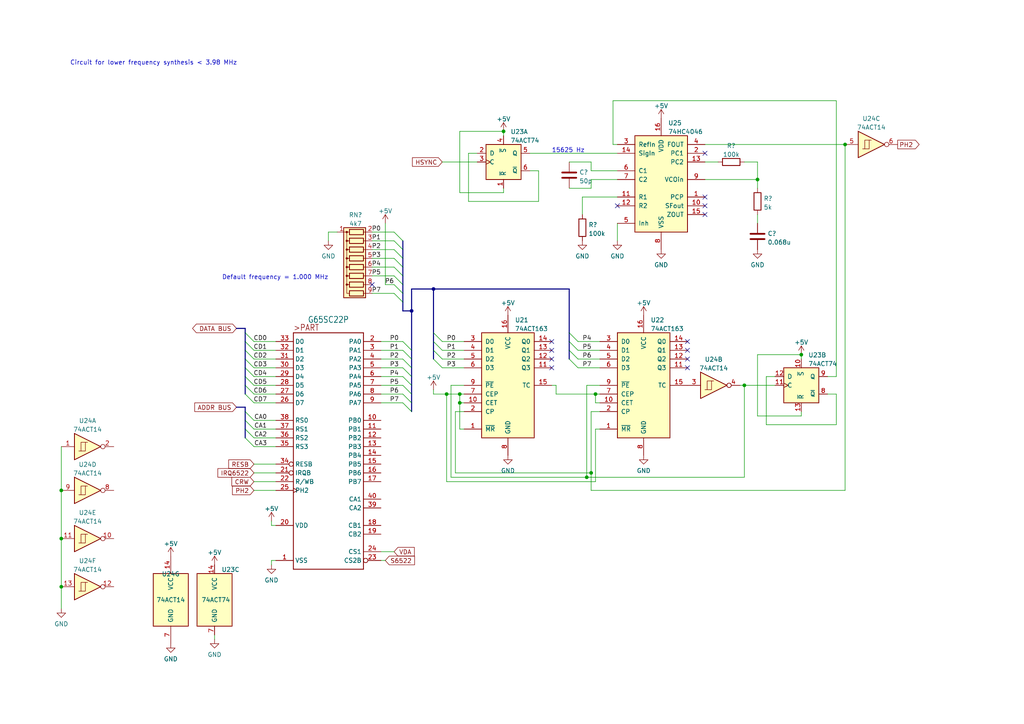
<source format=kicad_sch>
(kicad_sch (version 20211123) (generator eeschema)
  (paper "A4")
  (lib_symbols
    (symbol "4xxx:4046" (pin_names (offset 1.016))
      (property "Reference" "U" (at -7.62 13.97 0))
      (property "Value" "4046" (at -7.62 -16.51 0))
      (symbol "4046_1_0"
        (pin output line (at 12.7 -5.08 180) (length 5.08) (name "PCP") (number "1"))
        (pin output line (at 12.7 -7.62 180) (length 5.08) (name "SFout") (number "10"))
        (pin input line (at -12.7 -5.08 0) (length 5.08) (name "R1") (number "11"))
        (pin input line (at -12.7 -7.62 0) (length 5.08) (name "R2") (number "12"))
        (pin tri_state line (at 12.7 5.08 180) (length 5.08) (name "PC2") (number "13"))
        (pin input line (at -12.7 7.62 0) (length 5.08) (name "SigIn") (number "14"))
        (pin output line (at 12.7 -10.16 180) (length 5.08) (name "ZOUT") (number "15"))
        (pin power_in line (at 0 17.78 270) (length 5.08) (name "VDD") (number "16"))
        (pin output line (at 12.7 7.62 180) (length 5.08) (name "PC1") (number "2"))
        (pin input line (at -12.7 10.16 0) (length 5.08) (name "RefIn") (number "3"))
        (pin input line (at 12.7 10.16 180) (length 5.08) (name "FOUT") (number "4"))
        (pin input line (at -12.7 -12.7 0) (length 5.08) (name "Inh") (number "5"))
        (pin input line (at -12.7 2.54 0) (length 5.08) (name "C1") (number "6"))
        (pin input line (at -12.7 0 0) (length 5.08) (name "C2") (number "7"))
        (pin power_in line (at 0 -20.32 90) (length 5.08) (name "VSS") (number "8"))
        (pin input line (at 12.7 0 180) (length 5.08) (name "VCOin") (number "9"))
      )
      (symbol "4046_1_1"
        (rectangle (start -7.62 12.7) (end 7.62 -15.24) (stroke (width 0.254)) (fill (type background)))
      )
    )
    (symbol "74xx:74LS14" (pin_names (offset 1.016))
      (property "Reference" "U" (at 0 1.27 0))
      (property "Value" "74LS14" (at 0 -1.27 0))
      (symbol "74LS14_1_0"
        (polyline (pts (xy -3.81 3.81) (xy -3.81 -3.81) (xy 3.81 0) (xy -3.81 3.81)) (stroke (width 0.254)) (fill (type background)))
        (pin input line (at -7.62 0 0) (length 3.81) (name "~") (number "1"))
        (pin output inverted (at 7.62 0 180) (length 3.81) (name "~") (number "2"))
      )
      (symbol "74LS14_1_1"
        (polyline (pts (xy -1.905 -1.27) (xy -1.905 1.27) (xy -0.635 1.27)))
        (polyline (pts (xy -2.54 -1.27) (xy -0.635 -1.27) (xy -0.635 1.27) (xy 0 1.27)))
      )
      (symbol "74LS14_2_0"
        (polyline (pts (xy -3.81 3.81) (xy -3.81 -3.81) (xy 3.81 0) (xy -3.81 3.81)) (stroke (width 0.254)) (fill (type background)))
        (pin input line (at -7.62 0 0) (length 3.81) (name "~") (number "3"))
        (pin output inverted (at 7.62 0 180) (length 3.81) (name "~") (number "4"))
      )
      (symbol "74LS14_2_1"
        (polyline (pts (xy -1.905 -1.27) (xy -1.905 1.27) (xy -0.635 1.27)))
        (polyline (pts (xy -2.54 -1.27) (xy -0.635 -1.27) (xy -0.635 1.27) (xy 0 1.27)))
      )
      (symbol "74LS14_3_0"
        (polyline (pts (xy -3.81 3.81) (xy -3.81 -3.81) (xy 3.81 0) (xy -3.81 3.81)) (stroke (width 0.254)) (fill (type background)))
        (pin input line (at -7.62 0 0) (length 3.81) (name "~") (number "5"))
        (pin output inverted (at 7.62 0 180) (length 3.81) (name "~") (number "6"))
      )
      (symbol "74LS14_3_1"
        (polyline (pts (xy -1.905 -1.27) (xy -1.905 1.27) (xy -0.635 1.27)))
        (polyline (pts (xy -2.54 -1.27) (xy -0.635 -1.27) (xy -0.635 1.27) (xy 0 1.27)))
      )
      (symbol "74LS14_4_0"
        (polyline (pts (xy -3.81 3.81) (xy -3.81 -3.81) (xy 3.81 0) (xy -3.81 3.81)) (stroke (width 0.254)) (fill (type background)))
        (pin output inverted (at 7.62 0 180) (length 3.81) (name "~") (number "8"))
        (pin input line (at -7.62 0 0) (length 3.81) (name "~") (number "9"))
      )
      (symbol "74LS14_4_1"
        (polyline (pts (xy -1.905 -1.27) (xy -1.905 1.27) (xy -0.635 1.27)))
        (polyline (pts (xy -2.54 -1.27) (xy -0.635 -1.27) (xy -0.635 1.27) (xy 0 1.27)))
      )
      (symbol "74LS14_5_0"
        (polyline (pts (xy -3.81 3.81) (xy -3.81 -3.81) (xy 3.81 0) (xy -3.81 3.81)) (stroke (width 0.254)) (fill (type background)))
        (pin output inverted (at 7.62 0 180) (length 3.81) (name "~") (number "10"))
        (pin input line (at -7.62 0 0) (length 3.81) (name "~") (number "11"))
      )
      (symbol "74LS14_5_1"
        (polyline (pts (xy -1.905 -1.27) (xy -1.905 1.27) (xy -0.635 1.27)))
        (polyline (pts (xy -2.54 -1.27) (xy -0.635 -1.27) (xy -0.635 1.27) (xy 0 1.27)))
      )
      (symbol "74LS14_6_0"
        (polyline (pts (xy -3.81 3.81) (xy -3.81 -3.81) (xy 3.81 0) (xy -3.81 3.81)) (stroke (width 0.254)) (fill (type background)))
        (pin output inverted (at 7.62 0 180) (length 3.81) (name "~") (number "12"))
        (pin input line (at -7.62 0 0) (length 3.81) (name "~") (number "13"))
      )
      (symbol "74LS14_6_1"
        (polyline (pts (xy -1.905 -1.27) (xy -1.905 1.27) (xy -0.635 1.27)))
        (polyline (pts (xy -2.54 -1.27) (xy -0.635 -1.27) (xy -0.635 1.27) (xy 0 1.27)))
      )
      (symbol "74LS14_7_0"
        (pin power_in line (at 0 12.7 270) (length 5.08) (name "VCC") (number "14"))
        (pin power_in line (at 0 -12.7 90) (length 5.08) (name "GND") (number "7"))
      )
      (symbol "74LS14_7_1"
        (rectangle (start -5.08 7.62) (end 5.08 -7.62) (stroke (width 0.254)) (fill (type background)))
      )
    )
    (symbol "74xx:74LS163" (pin_names (offset 1.016))
      (property "Reference" "U" (at -7.62 16.51 0))
      (property "Value" "74LS163" (at -7.62 -16.51 0))
      (symbol "74LS163_1_0"
        (pin input line (at -12.7 -12.7 0) (length 5.08) (name "~{MR}") (number "1"))
        (pin input line (at -12.7 -5.08 0) (length 5.08) (name "CET") (number "10"))
        (pin output line (at 12.7 5.08 180) (length 5.08) (name "Q3") (number "11"))
        (pin output line (at 12.7 7.62 180) (length 5.08) (name "Q2") (number "12"))
        (pin output line (at 12.7 10.16 180) (length 5.08) (name "Q1") (number "13"))
        (pin output line (at 12.7 12.7 180) (length 5.08) (name "Q0") (number "14"))
        (pin output line (at 12.7 0 180) (length 5.08) (name "TC") (number "15"))
        (pin power_in line (at 0 20.32 270) (length 5.08) (name "VCC") (number "16"))
        (pin input line (at -12.7 -7.62 0) (length 5.08) (name "CP") (number "2"))
        (pin input line (at -12.7 12.7 0) (length 5.08) (name "D0") (number "3"))
        (pin input line (at -12.7 10.16 0) (length 5.08) (name "D1") (number "4"))
        (pin input line (at -12.7 7.62 0) (length 5.08) (name "D2") (number "5"))
        (pin input line (at -12.7 5.08 0) (length 5.08) (name "D3") (number "6"))
        (pin input line (at -12.7 -2.54 0) (length 5.08) (name "CEP") (number "7"))
        (pin power_in line (at 0 -20.32 90) (length 5.08) (name "GND") (number "8"))
        (pin input line (at -12.7 0 0) (length 5.08) (name "~{PE}") (number "9"))
      )
      (symbol "74LS163_1_1"
        (rectangle (start -7.62 15.24) (end 7.62 -15.24) (stroke (width 0.254)) (fill (type background)))
      )
    )
    (symbol "74xx:74LS74" (pin_names (offset 1.016))
      (property "Reference" "U" (at -7.62 8.89 0))
      (property "Value" "74LS74" (at -7.62 -8.89 0))
      (symbol "74LS74_1_0"
        (pin input line (at 0 -7.62 90) (length 2.54) (name "~{R}") (number "1"))
        (pin input line (at -7.62 2.54 0) (length 2.54) (name "D") (number "2"))
        (pin input clock (at -7.62 0 0) (length 2.54) (name "C") (number "3"))
        (pin input line (at 0 7.62 270) (length 2.54) (name "~{S}") (number "4"))
        (pin output line (at 7.62 2.54 180) (length 2.54) (name "Q") (number "5"))
        (pin output line (at 7.62 -2.54 180) (length 2.54) (name "~{Q}") (number "6"))
      )
      (symbol "74LS74_1_1"
        (rectangle (start -5.08 5.08) (end 5.08 -5.08) (stroke (width 0.254)) (fill (type background)))
      )
      (symbol "74LS74_2_0"
        (pin input line (at 0 7.62 270) (length 2.54) (name "~{S}") (number "10"))
        (pin input clock (at -7.62 0 0) (length 2.54) (name "C") (number "11"))
        (pin input line (at -7.62 2.54 0) (length 2.54) (name "D") (number "12"))
        (pin input line (at 0 -7.62 90) (length 2.54) (name "~{R}") (number "13"))
        (pin output line (at 7.62 -2.54 180) (length 2.54) (name "~{Q}") (number "8"))
        (pin output line (at 7.62 2.54 180) (length 2.54) (name "Q") (number "9"))
      )
      (symbol "74LS74_2_1"
        (rectangle (start -5.08 5.08) (end 5.08 -5.08) (stroke (width 0.254)) (fill (type background)))
      )
      (symbol "74LS74_3_0"
        (pin power_in line (at 0 10.16 270) (length 2.54) (name "VCC") (number "14"))
        (pin power_in line (at 0 -10.16 90) (length 2.54) (name "GND") (number "7"))
      )
      (symbol "74LS74_3_1"
        (rectangle (start -5.08 7.62) (end 5.08 -7.62) (stroke (width 0.254)) (fill (type background)))
      )
    )
    (symbol "Device:C" (pin_numbers hide) (pin_names (offset 0.254))
      (property "Reference" "C" (at 0.635 2.54 0))
      (property "Value" "C" (at 0.635 -2.54 0))
      (symbol "C_0_1"
        (polyline (pts (xy -2.032 -0.762) (xy 2.032 -0.762)) (stroke (width 0.508)))
        (polyline (pts (xy -2.032 0.762) (xy 2.032 0.762)) (stroke (width 0.508)))
      )
      (symbol "C_1_1"
        (pin passive line (at 0 3.81 270) (length 2.794) (name "~") (number "1"))
        (pin passive line (at 0 -3.81 90) (length 2.794) (name "~") (number "2"))
      )
    )
    (symbol "Device:R" (pin_numbers hide) (pin_names (offset 0))
      (property "Reference" "R" (at 2.032 0 90))
      (property "Value" "R" (at 0 0 90))
      (symbol "R_0_1"
        (rectangle (start -1.016 -2.54) (end 1.016 2.54) (stroke (width 0.254)))
      )
      (symbol "R_1_1"
        (pin passive line (at 0 3.81 270) (length 1.27) (name "~") (number "1"))
        (pin passive line (at 0 -3.81 90) (length 1.27) (name "~") (number "2"))
      )
    )
    (symbol "Device:R_Network08" (pin_names (offset 0) hide)
      (property "Reference" "RN" (at -12.7 0 90))
      (property "Value" "R_Network08" (at 10.16 0 90))
      (symbol "R_Network08_0_1"
        (rectangle (start -11.43 -3.175) (end 8.89 3.175) (stroke (width 0.254)) (fill (type background)))
        (rectangle (start -10.922 1.524) (end -9.398 -2.54) (stroke (width 0.254)))
        (circle (center -10.16 2.286) (radius 0.254) (fill (type outline)))
        (rectangle (start -8.382 1.524) (end -6.858 -2.54) (stroke (width 0.254)))
        (circle (center -7.62 2.286) (radius 0.254) (fill (type outline)))
        (rectangle (start -5.842 1.524) (end -4.318 -2.54) (stroke (width 0.254)))
        (circle (center -5.08 2.286) (radius 0.254) (fill (type outline)))
        (rectangle (start -3.302 1.524) (end -1.778 -2.54) (stroke (width 0.254)))
        (circle (center -2.54 2.286) (radius 0.254) (fill (type outline)))
        (rectangle (start -0.762 1.524) (end 0.762 -2.54) (stroke (width 0.254)))
        (polyline (pts (xy -10.16 -2.54) (xy -10.16 -3.81)))
        (polyline (pts (xy -7.62 -2.54) (xy -7.62 -3.81)))
        (polyline (pts (xy -5.08 -2.54) (xy -5.08 -3.81)))
        (polyline (pts (xy -2.54 -2.54) (xy -2.54 -3.81)))
        (polyline (pts (xy 0 -2.54) (xy 0 -3.81)))
        (polyline (pts (xy 2.54 -2.54) (xy 2.54 -3.81)))
        (polyline (pts (xy 5.08 -2.54) (xy 5.08 -3.81)))
        (polyline (pts (xy 7.62 -2.54) (xy 7.62 -3.81)))
        (polyline (pts (xy -10.16 1.524) (xy -10.16 2.286) (xy -7.62 2.286) (xy -7.62 1.524)))
        (polyline (pts (xy -7.62 1.524) (xy -7.62 2.286) (xy -5.08 2.286) (xy -5.08 1.524)))
        (polyline (pts (xy -5.08 1.524) (xy -5.08 2.286) (xy -2.54 2.286) (xy -2.54 1.524)))
        (polyline (pts (xy -2.54 1.524) (xy -2.54 2.286) (xy 0 2.286) (xy 0 1.524)))
        (polyline (pts (xy 0 1.524) (xy 0 2.286) (xy 2.54 2.286) (xy 2.54 1.524)))
        (polyline (pts (xy 2.54 1.524) (xy 2.54 2.286) (xy 5.08 2.286) (xy 5.08 1.524)))
        (polyline (pts (xy 5.08 1.524) (xy 5.08 2.286) (xy 7.62 2.286) (xy 7.62 1.524)))
        (circle (center 0 2.286) (radius 0.254) (fill (type outline)))
        (rectangle (start 1.778 1.524) (end 3.302 -2.54) (stroke (width 0.254)))
        (circle (center 2.54 2.286) (radius 0.254) (fill (type outline)))
        (rectangle (start 4.318 1.524) (end 5.842 -2.54) (stroke (width 0.254)))
        (circle (center 5.08 2.286) (radius 0.254) (fill (type outline)))
        (rectangle (start 6.858 1.524) (end 8.382 -2.54) (stroke (width 0.254)))
      )
      (symbol "R_Network08_1_1"
        (pin passive line (at -10.16 5.08 270) (length 2.54) (name "common") (number "1"))
        (pin passive line (at -10.16 -5.08 90) (length 1.27) (name "R1") (number "2"))
        (pin passive line (at -7.62 -5.08 90) (length 1.27) (name "R2") (number "3"))
        (pin passive line (at -5.08 -5.08 90) (length 1.27) (name "R3") (number "4"))
        (pin passive line (at -2.54 -5.08 90) (length 1.27) (name "R4") (number "5"))
        (pin passive line (at 0 -5.08 90) (length 1.27) (name "R5") (number "6"))
        (pin passive line (at 2.54 -5.08 90) (length 1.27) (name "R6") (number "7"))
        (pin passive line (at 5.08 -5.08 90) (length 1.27) (name "R7") (number "8"))
        (pin passive line (at 7.62 -5.08 90) (length 1.27) (name "R8") (number "9"))
      )
    )
    (symbol "MyLib:G65SC22P"
      (property "Value" "G65SC22P" (at -10.16 -43.18 0))
      (symbol "G65SC22P_1_0"
        (polyline (pts (xy -10.16 -40.64) (xy -10.16 27.94)) (stroke (width 0.254)))
        (polyline (pts (xy -10.16 27.94) (xy 10.16 27.94)) (stroke (width 0.254)))
        (polyline (pts (xy 10.16 -40.64) (xy -10.16 -40.64)) (stroke (width 0.254)))
        (polyline (pts (xy 10.16 27.94) (xy 10.16 -40.64)) (stroke (width 0.254)))
        (text ">PART" (at -10.16 30.48 0) (effects (font (size 1.778 1.5113)) (justify left top)))
        (pin power_in line (at -15.24 -38.1 0) (length 5.08) (name "VSS") (number "1"))
        (pin bidirectional line (at 15.24 2.54 180) (length 5.08) (name "PB0") (number "10"))
        (pin bidirectional line (at 15.24 0 180) (length 5.08) (name "PB1") (number "11"))
        (pin bidirectional line (at 15.24 -2.54 180) (length 5.08) (name "PB2") (number "12"))
        (pin bidirectional line (at 15.24 -5.08 180) (length 5.08) (name "PB3") (number "13"))
        (pin bidirectional line (at 15.24 -7.62 180) (length 5.08) (name "PB4") (number "14"))
        (pin bidirectional line (at 15.24 -10.16 180) (length 5.08) (name "PB5") (number "15"))
        (pin bidirectional line (at 15.24 -12.7 180) (length 5.08) (name "PB6") (number "16"))
        (pin bidirectional line (at 15.24 -15.24 180) (length 5.08) (name "PB7") (number "17"))
        (pin bidirectional line (at 15.24 -27.94 180) (length 5.08) (name "CB1") (number "18"))
        (pin bidirectional line (at 15.24 -30.48 180) (length 5.08) (name "CB2") (number "19"))
        (pin bidirectional line (at 15.24 25.4 180) (length 5.08) (name "PA0") (number "2"))
        (pin power_in line (at -15.24 -27.94 0) (length 5.08) (name "VDD") (number "20"))
        (pin output inverted (at -15.24 -12.7 0) (length 5.08) (name "IRQB") (number "21"))
        (pin input line (at -15.24 -15.24 0) (length 5.08) (name "R/WB") (number "22"))
        (pin input inverted (at 15.24 -38.1 180) (length 5.08) (name "CS2B") (number "23"))
        (pin input line (at 15.24 -35.56 180) (length 5.08) (name "CS1") (number "24"))
        (pin input clock (at -15.24 -17.78 0) (length 5.08) (name "PH2") (number "25"))
        (pin bidirectional line (at -15.24 7.62 0) (length 5.08) (name "D7") (number "26"))
        (pin bidirectional line (at -15.24 10.16 0) (length 5.08) (name "D6") (number "27"))
        (pin bidirectional line (at -15.24 12.7 0) (length 5.08) (name "D5") (number "28"))
        (pin bidirectional line (at -15.24 15.24 0) (length 5.08) (name "D4") (number "29"))
        (pin bidirectional line (at 15.24 22.86 180) (length 5.08) (name "PA1") (number "3"))
        (pin bidirectional line (at -15.24 17.78 0) (length 5.08) (name "D3") (number "30"))
        (pin bidirectional line (at -15.24 20.32 0) (length 5.08) (name "D2") (number "31"))
        (pin bidirectional line (at -15.24 22.86 0) (length 5.08) (name "D1") (number "32"))
        (pin bidirectional line (at -15.24 25.4 0) (length 5.08) (name "D0") (number "33"))
        (pin input inverted (at -15.24 -10.16 0) (length 5.08) (name "RESB") (number "34"))
        (pin input line (at -15.24 -5.08 0) (length 5.08) (name "RS3") (number "35"))
        (pin input line (at -15.24 -2.54 0) (length 5.08) (name "RS2") (number "36"))
        (pin input line (at -15.24 0 0) (length 5.08) (name "RS1") (number "37"))
        (pin input line (at -15.24 2.54 0) (length 5.08) (name "RS0") (number "38"))
        (pin bidirectional line (at 15.24 -22.86 180) (length 5.08) (name "CA2") (number "39"))
        (pin bidirectional line (at 15.24 20.32 180) (length 5.08) (name "PA2") (number "4"))
        (pin bidirectional line (at 15.24 -20.32 180) (length 5.08) (name "CA1") (number "40"))
        (pin bidirectional line (at 15.24 17.78 180) (length 5.08) (name "PA3") (number "5"))
        (pin bidirectional line (at 15.24 15.24 180) (length 5.08) (name "PA4") (number "6"))
        (pin bidirectional line (at 15.24 12.7 180) (length 5.08) (name "PA5") (number "7"))
        (pin bidirectional line (at 15.24 10.16 180) (length 5.08) (name "PA6") (number "8"))
        (pin bidirectional line (at 15.24 7.62 180) (length 5.08) (name "PA7") (number "9"))
      )
    )
    (symbol "power:+5V" (power) (pin_names (offset 0))
      (property "Value" "+5V" (at 0 3.556 0))
      (symbol "+5V_0_1"
        (polyline (pts (xy -0.762 1.27) (xy 0 2.54)))
        (polyline (pts (xy 0 0) (xy 0 2.54)))
        (polyline (pts (xy 0 2.54) (xy 0.762 1.27)))
      )
      (symbol "+5V_1_1"
        (pin power_in line (at 0 0 90) (length 0) hide (name "+5V") (number "1"))
      )
    )
    (symbol "power:GND" (power) (pin_names (offset 0))
      (property "Value" "GND" (at 0 -3.81 0))
      (symbol "GND_0_1"
        (polyline (pts (xy 0 0) (xy 0 -1.27) (xy 1.27 -1.27) (xy 0 -2.54) (xy -1.27 -1.27) (xy 0 -1.27)))
      )
      (symbol "GND_1_1"
        (pin power_in line (at 0 0 270) (length 0) hide (name "GND") (number "1"))
      )
    )
  )
  (junction (at 129.54 114.3))
  (junction (at 245.11 41.91))
  (junction (at 17.78 156.21))
  (junction (at 146.05 38.1))
  (junction (at 133.35 116.84))
  (junction (at 172.72 114.3))
  (junction (at 17.78 142.24))
  (junction (at 170.18 138.43))
  (junction (at 17.78 170.18))
  (junction (at 171.45 137.16))
  (junction (at 133.35 114.3))
  (junction (at 119.38 90.17))
  (junction (at 232.41 102.87))
  (junction (at 215.9 111.76))
  (junction (at 125.73 83.82))
  (junction (at 219.71 52.07))
  (no_connect (at 160.02 99.06))
  (no_connect (at 160.02 101.6))
  (no_connect (at 160.02 106.68))
  (no_connect (at 160.02 104.14))
  (no_connect (at 204.47 57.15))
  (no_connect (at 204.47 59.69))
  (no_connect (at 204.47 62.23))
  (no_connect (at 199.39 101.6))
  (no_connect (at 199.39 106.68))
  (no_connect (at 199.39 99.06))
  (no_connect (at 199.39 104.14))
  (no_connect (at 107.95 82.55))
  (no_connect (at 204.47 44.45))
  (no_connect (at 179.07 59.69))
  (bus_entry (at 71.12 127) (size 2.54 2.54))
  (bus_entry (at 71.12 121.92) (size 2.54 2.54))
  (bus_entry (at 71.12 124.46) (size 2.54 2.54))
  (bus_entry (at 71.12 109.22) (size 2.54 2.54))
  (bus_entry (at 71.12 96.52) (size 2.54 2.54))
  (bus_entry (at 116.84 99.06) (size 2.54 2.54))
  (bus_entry (at 116.84 101.6) (size 2.54 2.54))
  (bus_entry (at 116.84 104.14) (size 2.54 2.54))
  (bus_entry (at 116.84 106.68) (size 2.54 2.54))
  (bus_entry (at 116.84 109.22) (size 2.54 2.54))
  (bus_entry (at 116.84 111.76) (size 2.54 2.54))
  (bus_entry (at 116.84 114.3) (size 2.54 2.54))
  (bus_entry (at 116.84 116.84) (size 2.54 2.54))
  (bus_entry (at 71.12 106.68) (size 2.54 2.54))
  (bus_entry (at 71.12 119.38) (size 2.54 2.54))
  (bus_entry (at 165.1 101.6) (size 2.54 2.54))
  (bus_entry (at 165.1 104.14) (size 2.54 2.54))
  (bus_entry (at 165.1 96.52) (size 2.54 2.54))
  (bus_entry (at 165.1 99.06) (size 2.54 2.54))
  (bus_entry (at 125.73 99.06) (size 2.54 2.54))
  (bus_entry (at 125.73 104.14) (size 2.54 2.54))
  (bus_entry (at 125.73 96.52) (size 2.54 2.54))
  (bus_entry (at 125.73 101.6) (size 2.54 2.54))
  (bus_entry (at 114.3 82.55) (size 2.54 2.54))
  (bus_entry (at 71.12 101.6) (size 2.54 2.54))
  (bus_entry (at 71.12 99.06) (size 2.54 2.54))
  (bus_entry (at 71.12 114.3) (size 2.54 2.54))
  (bus_entry (at 71.12 111.76) (size 2.54 2.54))
  (bus_entry (at 114.3 67.31) (size 2.54 2.54))
  (bus_entry (at 114.3 69.85) (size 2.54 2.54))
  (bus_entry (at 114.3 72.39) (size 2.54 2.54))
  (bus_entry (at 114.3 74.93) (size 2.54 2.54))
  (bus_entry (at 114.3 77.47) (size 2.54 2.54))
  (bus_entry (at 114.3 80.01) (size 2.54 2.54))
  (bus_entry (at 114.3 85.09) (size 2.54 2.54))
  (bus_entry (at 71.12 104.14) (size 2.54 2.54))
  (wire (pts (xy 114.3 72.39) (xy 107.95 72.39)))
  (wire (pts (xy 179.07 57.15) (xy 168.91 57.15)))
  (wire (pts (xy 114.3 69.85) (xy 107.95 69.85)))
  (wire (pts (xy 134.62 101.6) (xy 128.27 101.6)))
  (wire (pts (xy 172.72 116.84) (xy 172.72 114.3)))
  (wire (pts (xy 204.47 46.99) (xy 208.28 46.99)))
  (wire (pts (xy 110.49 104.14) (xy 116.84 104.14)))
  (wire (pts (xy 132.08 137.16) (xy 132.08 119.38)))
  (wire (pts (xy 114.3 85.09) (xy 107.95 85.09)))
  (bus (pts (xy 116.84 72.39) (xy 116.84 74.93)))
  (wire (pts (xy 172.72 124.46) (xy 172.72 139.7)))
  (wire (pts (xy 110.49 116.84) (xy 116.84 116.84)))
  (bus (pts (xy 119.38 109.22) (xy 119.38 106.68)))
  (bus (pts (xy 116.84 87.63) (xy 116.84 90.17)))
  (bus (pts (xy 119.38 114.3) (xy 119.38 111.76)))
  (wire (pts (xy 146.05 54.61) (xy 146.05 55.88)))
  (wire (pts (xy 80.01 106.68) (xy 73.66 106.68)))
  (wire (pts (xy 219.71 52.07) (xy 204.47 52.07)))
  (wire (pts (xy 172.72 114.3) (xy 173.99 114.3)))
  (wire (pts (xy 171.45 49.53) (xy 171.45 46.99)))
  (wire (pts (xy 114.3 74.93) (xy 107.95 74.93)))
  (bus (pts (xy 71.12 118.11) (xy 68.58 118.11)))
  (bus (pts (xy 119.38 83.82) (xy 125.73 83.82)))
  (wire (pts (xy 171.45 137.16) (xy 171.45 142.24)))
  (bus (pts (xy 125.73 83.82) (xy 125.73 96.52)))
  (wire (pts (xy 172.72 139.7) (xy 129.54 139.7)))
  (wire (pts (xy 215.9 111.76) (xy 214.63 111.76)))
  (bus (pts (xy 71.12 99.06) (xy 71.12 96.52)))
  (bus (pts (xy 71.12 95.25) (xy 68.58 95.25)))
  (bus (pts (xy 119.38 106.68) (xy 119.38 104.14)))
  (wire (pts (xy 80.01 139.7) (xy 73.66 139.7)))
  (wire (pts (xy 134.62 114.3) (xy 133.35 114.3)))
  (wire (pts (xy 222.25 109.22) (xy 222.25 123.19)))
  (wire (pts (xy 114.3 80.01) (xy 107.95 80.01)))
  (wire (pts (xy 80.01 134.62) (xy 73.66 134.62)))
  (wire (pts (xy 80.01 137.16) (xy 73.66 137.16)))
  (wire (pts (xy 114.3 82.55) (xy 111.76 82.55)))
  (wire (pts (xy 80.01 99.06) (xy 73.66 99.06)))
  (bus (pts (xy 119.38 111.76) (xy 119.38 109.22)))
  (bus (pts (xy 71.12 127) (xy 71.12 124.46)))
  (bus (pts (xy 71.12 119.38) (xy 71.12 118.11)))
  (bus (pts (xy 116.84 77.47) (xy 116.84 80.01)))
  (bus (pts (xy 71.12 96.52) (xy 71.12 95.25)))
  (wire (pts (xy 80.01 109.22) (xy 73.66 109.22)))
  (wire (pts (xy 110.49 101.6) (xy 116.84 101.6)))
  (wire (pts (xy 242.57 114.3) (xy 240.03 114.3)))
  (wire (pts (xy 219.71 52.07) (xy 219.71 54.61)))
  (wire (pts (xy 146.05 38.1) (xy 146.05 39.37)))
  (wire (pts (xy 134.62 104.14) (xy 128.27 104.14)))
  (wire (pts (xy 62.23 184.15) (xy 62.23 185.42)))
  (wire (pts (xy 171.45 137.16) (xy 132.08 137.16)))
  (wire (pts (xy 134.62 111.76) (xy 130.81 111.76)))
  (wire (pts (xy 173.99 124.46) (xy 172.72 124.46)))
  (bus (pts (xy 71.12 106.68) (xy 71.12 104.14)))
  (wire (pts (xy 161.29 114.3) (xy 161.29 111.76)))
  (wire (pts (xy 179.07 52.07) (xy 171.45 52.07)))
  (wire (pts (xy 170.18 138.43) (xy 215.9 138.43)))
  (wire (pts (xy 17.78 142.24) (xy 17.78 156.21)))
  (wire (pts (xy 78.74 162.56) (xy 78.74 163.83)))
  (bus (pts (xy 165.1 83.82) (xy 125.73 83.82)))
  (wire (pts (xy 215.9 46.99) (xy 219.71 46.99)))
  (wire (pts (xy 172.72 114.3) (xy 161.29 114.3)))
  (wire (pts (xy 242.57 123.19) (xy 242.57 114.3)))
  (wire (pts (xy 219.71 102.87) (xy 232.41 102.87)))
  (wire (pts (xy 110.49 99.06) (xy 116.84 99.06)))
  (wire (pts (xy 129.54 114.3) (xy 125.73 114.3)))
  (wire (pts (xy 129.54 139.7) (xy 129.54 114.3)))
  (wire (pts (xy 156.21 49.53) (xy 153.67 49.53)))
  (bus (pts (xy 125.73 99.06) (xy 125.73 101.6)))
  (wire (pts (xy 219.71 120.65) (xy 219.71 102.87)))
  (wire (pts (xy 232.41 120.65) (xy 219.71 120.65)))
  (wire (pts (xy 173.99 111.76) (xy 170.18 111.76)))
  (bus (pts (xy 119.38 104.14) (xy 119.38 101.6)))
  (wire (pts (xy 219.71 62.23) (xy 219.71 64.77)))
  (bus (pts (xy 125.73 96.52) (xy 125.73 99.06)))
  (wire (pts (xy 215.9 138.43) (xy 215.9 111.76)))
  (wire (pts (xy 232.41 102.87) (xy 232.41 104.14)))
  (wire (pts (xy 80.01 121.92) (xy 73.66 121.92)))
  (bus (pts (xy 71.12 104.14) (xy 71.12 101.6)))
  (wire (pts (xy 171.45 46.99) (xy 165.1 46.99)))
  (wire (pts (xy 114.3 77.47) (xy 107.95 77.47)))
  (bus (pts (xy 119.38 90.17) (xy 119.38 83.82)))
  (wire (pts (xy 135.89 44.45) (xy 135.89 58.42)))
  (wire (pts (xy 171.45 142.24) (xy 245.11 142.24)))
  (bus (pts (xy 125.73 101.6) (xy 125.73 104.14)))
  (wire (pts (xy 17.78 170.18) (xy 17.78 176.53)))
  (wire (pts (xy 173.99 106.68) (xy 167.64 106.68)))
  (bus (pts (xy 71.12 109.22) (xy 71.12 106.68)))
  (bus (pts (xy 116.84 80.01) (xy 116.84 82.55)))
  (wire (pts (xy 80.01 127) (xy 73.66 127)))
  (wire (pts (xy 138.43 46.99) (xy 128.27 46.99)))
  (wire (pts (xy 80.01 114.3) (xy 73.66 114.3)))
  (wire (pts (xy 242.57 29.21) (xy 177.8 29.21)))
  (wire (pts (xy 219.71 46.99) (xy 219.71 52.07)))
  (wire (pts (xy 135.89 58.42) (xy 156.21 58.42)))
  (wire (pts (xy 134.62 124.46) (xy 133.35 124.46)))
  (wire (pts (xy 134.62 99.06) (xy 128.27 99.06)))
  (wire (pts (xy 80.01 101.6) (xy 73.66 101.6)))
  (wire (pts (xy 80.01 162.56) (xy 78.74 162.56)))
  (bus (pts (xy 71.12 101.6) (xy 71.12 99.06)))
  (bus (pts (xy 165.1 99.06) (xy 165.1 96.52)))
  (wire (pts (xy 78.74 152.4) (xy 78.74 151.13)))
  (wire (pts (xy 245.11 41.91) (xy 204.47 41.91)))
  (bus (pts (xy 116.84 90.17) (xy 119.38 90.17)))
  (wire (pts (xy 245.11 142.24) (xy 245.11 41.91)))
  (wire (pts (xy 168.91 57.15) (xy 168.91 62.23)))
  (wire (pts (xy 173.99 116.84) (xy 172.72 116.84)))
  (bus (pts (xy 116.84 85.09) (xy 116.84 87.63)))
  (bus (pts (xy 165.1 96.52) (xy 165.1 83.82)))
  (wire (pts (xy 80.01 104.14) (xy 73.66 104.14)))
  (wire (pts (xy 222.25 123.19) (xy 242.57 123.19)))
  (wire (pts (xy 171.45 54.61) (xy 165.1 54.61)))
  (bus (pts (xy 116.84 69.85) (xy 116.84 72.39)))
  (wire (pts (xy 80.01 111.76) (xy 73.66 111.76)))
  (bus (pts (xy 119.38 101.6) (xy 119.38 90.17)))
  (wire (pts (xy 242.57 109.22) (xy 242.57 29.21)))
  (wire (pts (xy 224.79 109.22) (xy 222.25 109.22)))
  (wire (pts (xy 133.35 38.1) (xy 146.05 38.1)))
  (wire (pts (xy 114.3 160.02) (xy 110.49 160.02)))
  (wire (pts (xy 138.43 44.45) (xy 135.89 44.45)))
  (wire (pts (xy 110.49 106.68) (xy 116.84 106.68)))
  (wire (pts (xy 177.8 41.91) (xy 179.07 41.91)))
  (wire (pts (xy 134.62 106.68) (xy 128.27 106.68)))
  (wire (pts (xy 95.25 67.31) (xy 95.25 69.85)))
  (wire (pts (xy 130.81 111.76) (xy 130.81 138.43)))
  (wire (pts (xy 132.08 119.38) (xy 134.62 119.38)))
  (wire (pts (xy 161.29 111.76) (xy 160.02 111.76)))
  (wire (pts (xy 179.07 69.85) (xy 179.07 64.77)))
  (bus (pts (xy 116.84 82.55) (xy 116.84 85.09)))
  (wire (pts (xy 240.03 109.22) (xy 242.57 109.22)))
  (bus (pts (xy 165.1 104.14) (xy 165.1 101.6)))
  (wire (pts (xy 110.49 109.22) (xy 116.84 109.22)))
  (wire (pts (xy 173.99 101.6) (xy 167.64 101.6)))
  (wire (pts (xy 80.01 152.4) (xy 78.74 152.4)))
  (wire (pts (xy 110.49 114.3) (xy 116.84 114.3)))
  (bus (pts (xy 71.12 124.46) (xy 71.12 121.92)))
  (wire (pts (xy 80.01 116.84) (xy 73.66 116.84)))
  (wire (pts (xy 80.01 142.24) (xy 73.66 142.24)))
  (bus (pts (xy 165.1 101.6) (xy 165.1 99.06)))
  (wire (pts (xy 173.99 104.14) (xy 167.64 104.14)))
  (wire (pts (xy 224.79 111.76) (xy 215.9 111.76)))
  (wire (pts (xy 179.07 49.53) (xy 171.45 49.53)))
  (bus (pts (xy 71.12 121.92) (xy 71.12 119.38)))
  (bus (pts (xy 71.12 111.76) (xy 71.12 109.22)))
  (wire (pts (xy 133.35 55.88) (xy 133.35 38.1)))
  (wire (pts (xy 170.18 111.76) (xy 170.18 138.43)))
  (wire (pts (xy 232.41 119.38) (xy 232.41 120.65)))
  (wire (pts (xy 110.49 162.56) (xy 111.76 162.56)))
  (wire (pts (xy 17.78 129.54) (xy 17.78 142.24)))
  (wire (pts (xy 156.21 58.42) (xy 156.21 49.53)))
  (wire (pts (xy 130.81 138.43) (xy 170.18 138.43)))
  (wire (pts (xy 153.67 44.45) (xy 179.07 44.45)))
  (wire (pts (xy 171.45 52.07) (xy 171.45 54.61)))
  (wire (pts (xy 171.45 119.38) (xy 171.45 137.16)))
  (wire (pts (xy 17.78 156.21) (xy 17.78 170.18)))
  (bus (pts (xy 71.12 114.3) (xy 71.12 111.76)))
  (wire (pts (xy 110.49 111.76) (xy 116.84 111.76)))
  (wire (pts (xy 80.01 129.54) (xy 73.66 129.54)))
  (wire (pts (xy 111.76 82.55) (xy 111.76 64.77)))
  (wire (pts (xy 125.73 113.03) (xy 125.73 114.3)))
  (wire (pts (xy 177.8 29.21) (xy 177.8 41.91)))
  (wire (pts (xy 114.3 67.31) (xy 107.95 67.31)))
  (bus (pts (xy 119.38 116.84) (xy 119.38 114.3)))
  (wire (pts (xy 133.35 114.3) (xy 129.54 114.3)))
  (wire (pts (xy 80.01 124.46) (xy 73.66 124.46)))
  (wire (pts (xy 173.99 99.06) (xy 167.64 99.06)))
  (bus (pts (xy 119.38 119.38) (xy 119.38 116.84)))
  (wire (pts (xy 146.05 55.88) (xy 133.35 55.88)))
  (wire (pts (xy 97.79 67.31) (xy 95.25 67.31)))
  (wire (pts (xy 133.35 124.46) (xy 133.35 116.84)))
  (wire (pts (xy 133.35 116.84) (xy 134.62 116.84)))
  (bus (pts (xy 116.84 74.93) (xy 116.84 77.47)))
  (wire (pts (xy 133.35 114.3) (xy 133.35 116.84)))
  (wire (pts (xy 173.99 119.38) (xy 171.45 119.38)))
  (text "Default frequency = 1.000 MHz" (at 95.25 81.28 180) (effects (font (size 1.27 1.27)) (justify right bottom)))
  (text "15625 Hz" (at 160.02 44.45 0) (effects (font (size 1.27 1.27)) (justify left bottom)))
  (text "Circuit for lower frequency synthesis < 3.98 MHz" (at 20.32 19.05 0) (effects (font (size 1.27 1.27)) (justify left bottom)))
  (label "P1" (at 110.49 69.85 180))
  (label "P6" (at 114.3 82.55 180))
  (label "P2" (at 110.49 72.39 180))
  (label "P6" (at 113.03 114.3 0))
  (label "P5" (at 113.03 111.76 0))
  (label "P4" (at 168.91 99.06 0))
  (label "P7" (at 113.03 116.84 0))
  (label "CD6" (at 77.47 114.3 180))
  (label "P6" (at 168.91 104.14 0))
  (label "P0" (at 129.54 99.06 0))
  (label "CD7" (at 77.47 116.84 180))
  (label "CD2" (at 77.47 104.14 180))
  (label "P0" (at 110.49 67.31 180))
  (label "CD0" (at 77.47 99.06 180))
  (label "P1" (at 113.03 101.6 0))
  (label "CA3" (at 77.47 129.54 180))
  (label "P7" (at 168.91 106.68 0))
  (label "P3" (at 113.03 106.68 0))
  (label "CA2" (at 77.47 127 180))
  (label "P5" (at 110.49 80.01 180))
  (label "P7" (at 110.49 85.09 180))
  (label "P0" (at 113.03 99.06 0))
  (label "P2" (at 129.54 104.14 0))
  (label "CA1" (at 77.47 124.46 180))
  (label "CD1" (at 77.47 101.6 180))
  (label "CD5" (at 77.47 111.76 180))
  (label "P2" (at 113.03 104.14 0))
  (label "CD4" (at 77.47 109.22 180))
  (label "P1" (at 129.54 101.6 0))
  (label "P4" (at 110.49 77.47 180))
  (label "CD3" (at 77.47 106.68 180))
  (label "P3" (at 129.54 106.68 0))
  (label "CA0" (at 77.47 121.92 180))
  (label "P3" (at 110.49 74.93 180))
  (label "P4" (at 113.03 109.22 0))
  (label "P5" (at 168.91 101.6 0))
  (global_label "S6522" (shape input) (at 111.76 162.56 0) (property "Intersheet References" "${INTERSHEET_REFS}" (effects hide)))
  (global_label "ADDR BUS" (shape input) (at 68.58 118.11 180) (property "Intersheet References" "${INTERSHEET_REFS}" (effects hide)))
  (global_label "VDA" (shape input) (at 114.3 160.02 0) (property "Intersheet References" "${INTERSHEET_REFS}" (effects hide)))
  (global_label "DATA BUS" (shape bidirectional) (at 68.58 95.25 180) (property "Intersheet References" "${INTERSHEET_REFS}" (effects hide)))
  (global_label "HSYNC" (shape input) (at 128.27 46.99 180) (property "Intersheet References" "${INTERSHEET_REFS}" (effects hide)))
  (global_label "RESB" (shape input) (at 73.66 134.62 180) (property "Intersheet References" "${INTERSHEET_REFS}" (effects hide)))
  (global_label "CRW" (shape input) (at 73.66 139.7 180) (property "Intersheet References" "${INTERSHEET_REFS}" (effects hide)))
  (global_label "IRQ6522" (shape input) (at 73.66 137.16 180) (property "Intersheet References" "${INTERSHEET_REFS}" (effects hide)))
  (global_label "PH2" (shape output) (at 260.35 41.91 0) (property "Intersheet References" "${INTERSHEET_REFS}" (effects hide)))
  (global_label "PH2" (shape input) (at 73.66 142.24 180) (property "Intersheet References" "${INTERSHEET_REFS}" (effects hide)))
  (symbol (lib_id "power:+5V") (at 146.05 38.1 0) (unit 1)
    (property "Reference" "#PWR?" (effects hide))
    (property "Value" "+5V" (at 146.05 34.5242 0))
  )
  (symbol (lib_id "74xx:74LS14") (at 25.4 170.18 0) (unit 6)
    (property "Reference" "U24" (at 25.4 162.6702 0))
    (property "Value" "74ACT14" (at 25.4 165.2071 0))
    (property "Datasheet" "http://www.ti.com/lit/gpn/sn74LS14" (effects hide))
  )
  (symbol (lib_id "Device:R") (at 212.09 46.99 90) (unit 1)
    (property "Reference" "R?" (at 212.09 42.2742 90))
    (property "Value" "100k" (at 212.09 44.8111 90))
  )
  (symbol (lib_id "power:+5V") (at 125.73 113.03 0) (unit 1)
    (property "Reference" "#PWR?" (effects hide))
    (property "Value" "+5V" (at 125.73 109.4542 0))
  )
  (symbol (lib_id "power:GND") (at 17.78 176.53 0) (unit 1)
    (property "Reference" "#PWR?" (effects hide))
    (property "Value" "~" (at 17.78 180.9734 0))
  )
  (symbol (lib_id "Device:R") (at 219.71 58.42 0) (unit 1)
    (property "Reference" "R?" (at 221.488 57.5853 0) (effects (justify left)))
    (property "Value" "5k" (at 221.488 60.1222 0) (effects (justify left)))
  )
  (symbol (lib_id "power:+5V") (at 186.69 91.44 0) (unit 1)
    (property "Reference" "#PWR?" (effects hide))
    (property "Value" "+5V" (at 186.69 87.8642 0))
  )
  (symbol (lib_id "74xx:74LS14") (at 49.53 173.99 0) (unit 7)
    (property "Reference" "U24" (at 49.53 166.4802 0))
    (property "Value" "74ACT14" (at 49.53 173.99 0))
    (property "Datasheet" "http://www.ti.com/lit/gpn/sn74LS14" (effects hide))
  )
  (symbol (lib_id "Device:R") (at 168.91 66.04 0) (unit 1)
    (property "Reference" "R?" (at 170.688 65.2053 0) (effects (justify left)))
    (property "Value" "100k" (at 170.688 67.7422 0) (effects (justify left)))
  )
  (symbol (lib_id "Device:R_Network08") (at 102.87 77.47 90) (mirror x) (unit 1)
    (property "Reference" "RN?" (at 103.124 62.3402 90))
    (property "Value" "4k7" (at 103.124 64.8771 90))
    (property "Footprint" "Resistor_THT:R_Array_SIP9" (effects hide))
    (property "Datasheet" "http://www.vishay.com/docs/31509/csc.pdf" (effects hide))
  )
  (symbol (lib_id "74xx:74LS14") (at 207.01 111.76 0) (unit 2)
    (property "Reference" "U24" (at 207.01 104.2502 0))
    (property "Value" "74ACT14" (at 207.01 106.7871 0))
    (property "Datasheet" "http://www.ti.com/lit/gpn/sn74LS14" (effects hide))
  )
  (symbol (lib_id "74xx:74LS14") (at 25.4 156.21 0) (unit 5)
    (property "Reference" "U24" (at 25.4 148.7002 0))
    (property "Value" "74ACT14" (at 25.4 151.2371 0))
    (property "Datasheet" "http://www.ti.com/lit/gpn/sn74LS14" (effects hide))
  )
  (symbol (lib_id "power:GND") (at 179.07 69.85 0) (unit 1)
    (property "Reference" "#PWR?" (effects hide))
    (property "Value" "GND" (at 179.07 74.2934 0))
  )
  (symbol (lib_id "74xx:74LS74") (at 232.41 111.76 0) (unit 2)
    (property "Reference" "U23" (at 234.4294 102.9802 0) (effects (justify left)))
    (property "Value" "74ACT74" (at 234.4294 105.5171 0) (effects (justify left)))
    (property "Datasheet" "74xx/74hc_hct74.pdf" (effects hide))
  )
  (symbol (lib_id "power:GND") (at 168.91 69.85 0) (unit 1)
    (property "Reference" "#PWR?" (effects hide))
    (property "Value" "GND" (at 168.91 74.2934 0))
  )
  (symbol (lib_id "power:+5V") (at 62.23 163.83 0) (unit 1)
    (property "Reference" "#PWR?" (effects hide))
    (property "Value" "+5V" (at 62.23 160.2542 0))
  )
  (symbol (lib_id "74xx:74LS14") (at 25.4 142.24 0) (unit 4)
    (property "Reference" "U24" (at 25.4 134.7302 0))
    (property "Value" "74ACT14" (at 25.4 137.2671 0))
    (property "Datasheet" "http://www.ti.com/lit/gpn/sn74LS14" (effects hide))
  )
  (symbol (lib_id "74xx:74LS163") (at 147.32 111.76 0) (unit 1)
    (property "Reference" "U21" (at 149.3394 92.8202 0) (effects (justify left)))
    (property "Value" "74ACT163" (at 149.3394 95.3571 0) (effects (justify left)))
    (property "Datasheet" "http://www.ti.com/lit/gpn/sn74LS163" (effects hide))
  )
  (symbol (lib_id "power:GND") (at 147.32 132.08 0) (unit 1)
    (property "Reference" "#PWR?" (effects hide))
    (property "Value" "GND" (at 147.32 136.5234 0))
  )
  (symbol (lib_id "power:GND") (at 78.74 163.83 0) (unit 1)
    (property "Reference" "#PWR?" (effects hide))
    (property "Value" "~" (at 78.74 168.2734 0))
  )
  (symbol (lib_id "power:+5V") (at 147.32 91.44 0) (unit 1)
    (property "Reference" "#PWR?" (effects hide))
    (property "Value" "+5V" (at 147.32 87.8642 0))
  )
  (symbol (lib_id "74xx:74LS14") (at 252.73 41.91 0) (unit 3)
    (property "Reference" "U24" (at 252.73 34.4002 0))
    (property "Value" "74ACT14" (at 252.73 36.9371 0))
    (property "Datasheet" "http://www.ti.com/lit/gpn/sn74LS14" (effects hide))
  )
  (symbol (lib_id "power:GND") (at 62.23 185.42 0) (unit 1)
    (property "Reference" "#PWR?" (effects hide))
    (property "Value" "~" (at 62.23 189.8634 0))
  )
  (symbol (lib_id "power:GND") (at 49.53 186.69 0) (unit 1)
    (property "Reference" "#PWR?" (effects hide))
    (property "Value" "~" (at 49.53 191.1334 0))
  )
  (symbol (lib_id "power:+5V") (at 111.76 64.77 0) (unit 1)
    (property "Reference" "#PWR?" (effects hide))
    (property "Value" "+5V" (at 111.76 61.1942 0))
  )
  (symbol (lib_id "74xx:74LS14") (at 25.4 129.54 0) (unit 1)
    (property "Reference" "U24" (at 25.4 122.0302 0))
    (property "Value" "74ACT14" (at 25.4 124.5671 0))
    (property "Datasheet" "http://www.ti.com/lit/gpn/sn74LS14" (effects hide))
  )
  (symbol (lib_id "MyLib:G65SC22P") (at 95.25 124.46 0) (unit 1)
    (property "Reference" "U20" (effects hide))
    (property "Value" "G65SC22P" (at 95.25 92.6988 0) (effects (font (size 1.778 1.5113))))
    (property "Footprint" "FAL65816_Audio:DIP-40" (effects hide))
  )
  (symbol (lib_id "74xx:74LS74") (at 146.05 46.99 0) (unit 1)
    (property "Reference" "U23" (at 148.0694 38.2102 0) (effects (justify left)))
    (property "Value" "74ACT74" (at 148.0694 40.7471 0) (effects (justify left)))
    (property "Datasheet" "74xx/74hc_hct74.pdf" (effects hide))
  )
  (symbol (lib_id "Device:C") (at 165.1 50.8 0) (unit 1)
    (property "Reference" "C?" (at 168.021 49.9653 0) (effects (justify left)))
    (property "Value" "50p" (at 168.021 52.5022 0) (effects (justify left)))
  )
  (symbol (lib_id "Device:C") (at 219.71 68.58 0) (unit 1)
    (property "Reference" "C?" (at 222.631 67.7453 0) (effects (justify left)))
    (property "Value" "0.068u" (at 222.631 70.2822 0) (effects (justify left)))
  )
  (symbol (lib_id "74xx:74LS163") (at 186.69 111.76 0) (unit 1)
    (property "Reference" "U22" (at 188.7094 92.8202 0) (effects (justify left)))
    (property "Value" "74ACT163" (at 188.7094 95.3571 0) (effects (justify left)))
    (property "Datasheet" "http://www.ti.com/lit/gpn/sn74LS163" (effects hide))
  )
  (symbol (lib_id "power:GND") (at 191.77 72.39 0) (unit 1)
    (property "Reference" "#PWR?" (effects hide))
    (property "Value" "GND" (at 191.77 76.8334 0))
  )
  (symbol (lib_id "power:+5V") (at 78.74 151.13 0) (unit 1)
    (property "Reference" "#PWR?" (effects hide))
    (property "Value" "+5V" (at 78.74 147.5542 0))
  )
  (symbol (lib_id "power:+5V") (at 232.41 102.87 0) (unit 1)
    (property "Reference" "#PWR?" (effects hide))
    (property "Value" "+5V" (at 232.41 99.2942 0))
  )
  (symbol (lib_id "power:+5V") (at 191.77 34.29 0) (unit 1)
    (property "Reference" "#PWR?" (effects hide))
    (property "Value" "+5V" (at 191.77 30.7142 0))
  )
  (symbol (lib_id "power:GND") (at 186.69 132.08 0) (unit 1)
    (property "Reference" "#PWR?" (effects hide))
    (property "Value" "GND" (at 186.69 136.5234 0))
  )
  (symbol (lib_id "74xx:74LS74") (at 62.23 173.99 0) (unit 3)
    (property "Reference" "U23" (at 64.2494 165.2102 0) (effects (justify left)))
    (property "Value" "74ACT74" (at 58.42 173.99 0) (effects (justify left)))
    (property "Datasheet" "74xx/74hc_hct74.pdf" (effects hide))
  )
  (symbol (lib_id "power:GND") (at 95.25 69.85 0) (unit 1)
    (property "Reference" "#PWR?" (effects hide))
    (property "Value" "~" (at 95.25 74.2934 0))
  )
  (symbol (lib_id "power:GND") (at 219.71 72.39 0) (unit 1)
    (property "Reference" "#PWR?" (effects hide))
    (property "Value" "GND" (at 219.71 76.8334 0))
  )
  (symbol (lib_id "4xxx:4046") (at 191.77 52.07 0) (unit 1)
    (property "Reference" "U25" (at 193.7894 35.6702 0) (effects (justify left)))
    (property "Value" "74HC4046" (at 193.7894 38.2071 0) (effects (justify left)))
    (property "Datasheet" "https://assets.nexperia.com/documents/data-sheet/HEF4046B.pdf" (effects hide))
  )
  (symbol (lib_id "power:+5V") (at 49.53 161.29 0) (unit 1)
    (property "Reference" "#PWR?" (effects hide))
    (property "Value" "+5V" (at 49.53 157.7142 0))
  )
)
</source>
